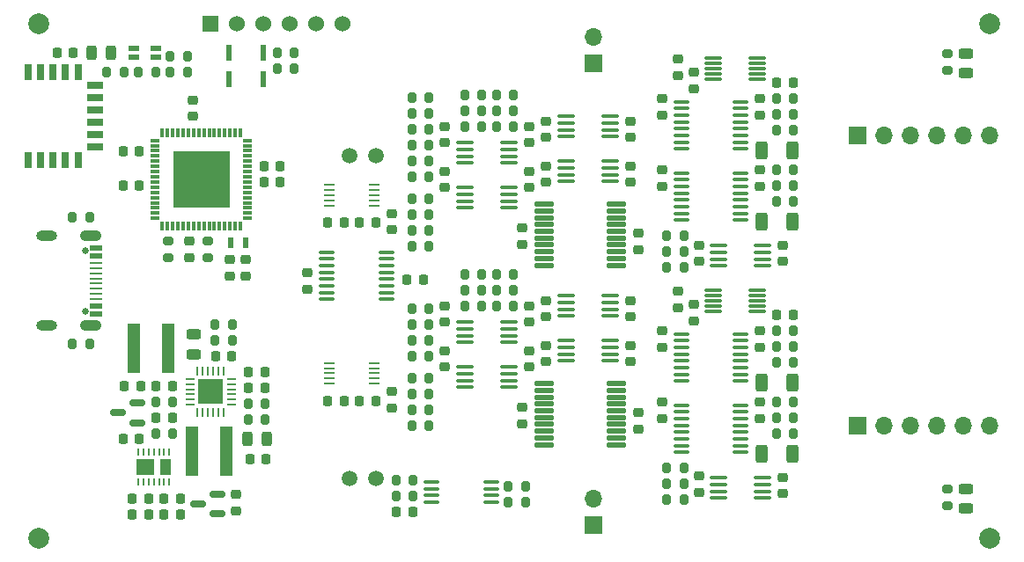
<source format=gbr>
%TF.GenerationSoftware,KiCad,Pcbnew,8.0.9-8.0.9-0~ubuntu24.04.1*%
%TF.CreationDate,2025-05-29T22:28:41-04:00*%
%TF.ProjectId,smu2,736d7532-2e6b-4696-9361-645f70636258,rev?*%
%TF.SameCoordinates,Original*%
%TF.FileFunction,Soldermask,Top*%
%TF.FilePolarity,Negative*%
%FSLAX46Y46*%
G04 Gerber Fmt 4.6, Leading zero omitted, Abs format (unit mm)*
G04 Created by KiCad (PCBNEW 8.0.9-8.0.9-0~ubuntu24.04.1) date 2025-05-29 22:28:41*
%MOMM*%
%LPD*%
G01*
G04 APERTURE LIST*
G04 Aperture macros list*
%AMRoundRect*
0 Rectangle with rounded corners*
0 $1 Rounding radius*
0 $2 $3 $4 $5 $6 $7 $8 $9 X,Y pos of 4 corners*
0 Add a 4 corners polygon primitive as box body*
4,1,4,$2,$3,$4,$5,$6,$7,$8,$9,$2,$3,0*
0 Add four circle primitives for the rounded corners*
1,1,$1+$1,$2,$3*
1,1,$1+$1,$4,$5*
1,1,$1+$1,$6,$7*
1,1,$1+$1,$8,$9*
0 Add four rect primitives between the rounded corners*
20,1,$1+$1,$2,$3,$4,$5,0*
20,1,$1+$1,$4,$5,$6,$7,0*
20,1,$1+$1,$6,$7,$8,$9,0*
20,1,$1+$1,$8,$9,$2,$3,0*%
G04 Aperture macros list end*
%ADD10RoundRect,0.200000X0.200000X0.275000X-0.200000X0.275000X-0.200000X-0.275000X0.200000X-0.275000X0*%
%ADD11R,0.250000X0.700000*%
%ADD12R,1.805000X1.650000*%
%ADD13R,1.070000X1.650000*%
%ADD14RoundRect,0.100000X-0.637500X-0.100000X0.637500X-0.100000X0.637500X0.100000X-0.637500X0.100000X0*%
%ADD15RoundRect,0.225000X-0.250000X0.225000X-0.250000X-0.225000X0.250000X-0.225000X0.250000X0.225000X0*%
%ADD16R,0.700000X1.500000*%
%ADD17R,1.500000X0.700000*%
%ADD18RoundRect,0.225000X0.250000X-0.225000X0.250000X0.225000X-0.250000X0.225000X-0.250000X-0.225000X0*%
%ADD19RoundRect,0.225000X-0.225000X-0.250000X0.225000X-0.250000X0.225000X0.250000X-0.225000X0.250000X0*%
%ADD20RoundRect,0.100000X-0.712500X-0.100000X0.712500X-0.100000X0.712500X0.100000X-0.712500X0.100000X0*%
%ADD21R,1.000000X0.500000*%
%ADD22RoundRect,0.225000X0.225000X0.250000X-0.225000X0.250000X-0.225000X-0.250000X0.225000X-0.250000X0*%
%ADD23RoundRect,0.200000X-0.200000X-0.275000X0.200000X-0.275000X0.200000X0.275000X-0.200000X0.275000X0*%
%ADD24RoundRect,0.250000X-0.312500X-0.625000X0.312500X-0.625000X0.312500X0.625000X-0.312500X0.625000X0*%
%ADD25C,2.000000*%
%ADD26RoundRect,0.243750X0.243750X0.456250X-0.243750X0.456250X-0.243750X-0.456250X0.243750X-0.456250X0*%
%ADD27R,1.524000X1.524000*%
%ADD28C,1.524000*%
%ADD29C,1.500000*%
%ADD30RoundRect,0.055000X-0.220000X-0.695000X0.220000X-0.695000X0.220000X0.695000X-0.220000X0.695000X0*%
%ADD31RoundRect,0.075000X0.737500X0.075000X-0.737500X0.075000X-0.737500X-0.075000X0.737500X-0.075000X0*%
%ADD32RoundRect,0.150000X0.587500X0.150000X-0.587500X0.150000X-0.587500X-0.150000X0.587500X-0.150000X0*%
%ADD33R,1.700000X1.700000*%
%ADD34O,1.700000X1.700000*%
%ADD35RoundRect,0.200000X0.275000X-0.200000X0.275000X0.200000X-0.275000X0.200000X-0.275000X-0.200000X0*%
%ADD36RoundRect,0.100000X0.712500X0.100000X-0.712500X0.100000X-0.712500X-0.100000X0.712500X-0.100000X0*%
%ADD37R,1.250000X4.700000*%
%ADD38R,1.100000X0.250000*%
%ADD39RoundRect,0.200000X-0.275000X0.200000X-0.275000X-0.200000X0.275000X-0.200000X0.275000X0.200000X0*%
%ADD40RoundRect,0.243750X-0.456250X0.243750X-0.456250X-0.243750X0.456250X-0.243750X0.456250X0.243750X0*%
%ADD41RoundRect,0.243750X0.456250X-0.243750X0.456250X0.243750X-0.456250X0.243750X-0.456250X-0.243750X0*%
%ADD42RoundRect,0.100000X0.637500X0.100000X-0.637500X0.100000X-0.637500X-0.100000X0.637500X-0.100000X0*%
%ADD43RoundRect,0.243750X-0.243750X-0.456250X0.243750X-0.456250X0.243750X0.456250X-0.243750X0.456250X0*%
%ADD44RoundRect,0.050000X-0.350000X-0.075000X0.350000X-0.075000X0.350000X0.075000X-0.350000X0.075000X0*%
%ADD45RoundRect,0.050000X0.075000X-0.350000X0.075000X0.350000X-0.075000X0.350000X-0.075000X-0.350000X0*%
%ADD46R,2.450000X2.450000*%
%ADD47RoundRect,0.112500X-0.837500X-0.112500X0.837500X-0.112500X0.837500X0.112500X-0.837500X0.112500X0*%
%ADD48R,0.600000X1.100000*%
%ADD49C,0.650000*%
%ADD50R,1.150000X0.580000*%
%ADD51R,1.150000X0.280000*%
%ADD52O,2.100000X1.050000*%
%ADD53O,2.000000X1.000000*%
%ADD54R,0.300000X0.850000*%
%ADD55R,0.850000X0.300000*%
%ADD56R,5.499999X5.499999*%
G04 APERTURE END LIST*
D10*
%TO.C,R25*%
X134048000Y-93218000D03*
X132398000Y-93218000D03*
%TD*%
D11*
%TO.C,U26*%
X100989000Y-130432000D03*
X101489000Y-130432000D03*
X101989000Y-130432000D03*
X102489000Y-130432000D03*
X102989000Y-130432000D03*
X103489000Y-130432000D03*
X103989000Y-130432000D03*
X103989000Y-127632000D03*
X103489000Y-127632000D03*
X102989000Y-127632000D03*
X102489000Y-127632000D03*
X101989000Y-127632000D03*
X101489000Y-127632000D03*
X100989000Y-127632000D03*
D12*
X101711500Y-129032000D03*
D13*
X103634000Y-129032000D03*
%TD*%
D14*
%TO.C,U12*%
X153220500Y-93864000D03*
X153220500Y-94514000D03*
X153220500Y-95164000D03*
X153220500Y-95814000D03*
X153220500Y-96464000D03*
X153220500Y-97114000D03*
X153220500Y-97764000D03*
X153220500Y-98414000D03*
X158945500Y-98414000D03*
X158945500Y-97764000D03*
X158945500Y-97114000D03*
X158945500Y-96464000D03*
X158945500Y-95814000D03*
X158945500Y-95164000D03*
X158945500Y-94514000D03*
X158945500Y-93864000D03*
%TD*%
D10*
%TO.C,R16*%
X128968000Y-98044000D03*
X127318000Y-98044000D03*
%TD*%
D15*
%TO.C,C12*%
X125349000Y-104635000D03*
X125349000Y-106185000D03*
%TD*%
D16*
%TO.C,U5*%
X90399000Y-99500000D03*
X91599000Y-99500000D03*
X92799000Y-99500000D03*
X93999000Y-99500000D03*
X95199000Y-99500000D03*
D17*
X96849000Y-98250000D03*
X96849000Y-97050000D03*
X96849000Y-95850000D03*
X96849000Y-94650000D03*
X96849000Y-93450000D03*
X96849000Y-92250000D03*
D16*
X95199000Y-91000000D03*
X93999000Y-91000000D03*
X92799000Y-91000000D03*
X91599000Y-91000000D03*
X90399000Y-91000000D03*
%TD*%
D18*
%TO.C,C30*%
X160782000Y-101994000D03*
X160782000Y-100444000D03*
%TD*%
D10*
%TO.C,R39*%
X128968000Y-122047000D03*
X127318000Y-122047000D03*
%TD*%
D19*
%TO.C,C17*%
X93205000Y-89154000D03*
X94755000Y-89154000D03*
%TD*%
D15*
%TO.C,C19*%
X130429000Y-100571000D03*
X130429000Y-102121000D03*
%TD*%
D20*
%TO.C,U18*%
X142159500Y-112563000D03*
X142159500Y-113213000D03*
X142159500Y-113863000D03*
X142159500Y-114513000D03*
X146384500Y-114513000D03*
X146384500Y-113863000D03*
X146384500Y-113213000D03*
X146384500Y-112563000D03*
%TD*%
D18*
%TO.C,C26*%
X148336000Y-101613000D03*
X148336000Y-100063000D03*
%TD*%
%TO.C,C25*%
X140208000Y-97295000D03*
X140208000Y-95745000D03*
%TD*%
%TO.C,C46*%
X140208000Y-118885000D03*
X140208000Y-117335000D03*
%TD*%
D21*
%TO.C,D1*%
X100550000Y-88754000D03*
X102650000Y-88754000D03*
X100550000Y-89554000D03*
X102650000Y-89554000D03*
%TD*%
D10*
%TO.C,R6*%
X116014000Y-90678000D03*
X114364000Y-90678000D03*
%TD*%
D15*
%TO.C,C21*%
X130429000Y-96253000D03*
X130429000Y-97803000D03*
%TD*%
D10*
%TO.C,R15*%
X128968000Y-99568000D03*
X127318000Y-99568000D03*
%TD*%
%TO.C,R40*%
X128968000Y-116840000D03*
X127318000Y-116840000D03*
%TD*%
D19*
%TO.C,C14*%
X126860000Y-110998000D03*
X128410000Y-110998000D03*
%TD*%
%TO.C,C51*%
X162420000Y-114427000D03*
X163970000Y-114427000D03*
%TD*%
D22*
%TO.C,C58*%
X104280000Y-121285000D03*
X102730000Y-121285000D03*
%TD*%
D15*
%TO.C,C54*%
X152908000Y-112128000D03*
X152908000Y-113678000D03*
%TD*%
%TO.C,C52*%
X162941000Y-130035000D03*
X162941000Y-131585000D03*
%TD*%
%TO.C,C55*%
X154432000Y-113398000D03*
X154432000Y-114948000D03*
%TD*%
D10*
%TO.C,R17*%
X128968000Y-107823000D03*
X127318000Y-107823000D03*
%TD*%
D19*
%TO.C,C57*%
X99682000Y-121285000D03*
X101232000Y-121285000D03*
%TD*%
D15*
%TO.C,C38*%
X130429000Y-117843000D03*
X130429000Y-119393000D03*
%TD*%
%TO.C,C41*%
X138557000Y-113525000D03*
X138557000Y-115075000D03*
%TD*%
D23*
%TO.C,R68*%
X108395000Y-115316000D03*
X110045000Y-115316000D03*
%TD*%
D10*
%TO.C,R27*%
X153479000Y-109855000D03*
X151829000Y-109855000D03*
%TD*%
D24*
%TO.C,R37*%
X160970500Y-98552000D03*
X163895500Y-98552000D03*
%TD*%
D18*
%TO.C,C2*%
X109829600Y-110630000D03*
X109829600Y-109080000D03*
%TD*%
D25*
%TO.C,FID4*%
X182880000Y-135890000D03*
%TD*%
D10*
%TO.C,R38*%
X128968000Y-123571000D03*
X127318000Y-123571000D03*
%TD*%
%TO.C,R23*%
X128968000Y-96520000D03*
X127318000Y-96520000D03*
%TD*%
D26*
%TO.C,D2*%
X98346500Y-89154000D03*
X96471500Y-89154000D03*
%TD*%
D23*
%TO.C,R57*%
X162370000Y-125857000D03*
X164020000Y-125857000D03*
%TD*%
D15*
%TO.C,C33*%
X162941000Y-107683000D03*
X162941000Y-109233000D03*
%TD*%
D10*
%TO.C,R28*%
X153479000Y-108331000D03*
X151829000Y-108331000D03*
%TD*%
D18*
%TO.C,C50*%
X160782000Y-117488000D03*
X160782000Y-115938000D03*
%TD*%
D19*
%TO.C,C62*%
X111620000Y-119888000D03*
X113170000Y-119888000D03*
%TD*%
D15*
%TO.C,C42*%
X149098000Y-123812000D03*
X149098000Y-125362000D03*
%TD*%
D27*
%TO.C,J1*%
X107950000Y-86360000D03*
D28*
X110490000Y-86360000D03*
X113030000Y-86360000D03*
X115570000Y-86360000D03*
X118110000Y-86360000D03*
X120650000Y-86360000D03*
%TD*%
D29*
%TO.C,TP1*%
X123825000Y-99060000D03*
%TD*%
D22*
%TO.C,C68*%
X105042000Y-133604000D03*
X103492000Y-133604000D03*
%TD*%
D10*
%TO.C,R53*%
X153479000Y-130683000D03*
X151829000Y-130683000D03*
%TD*%
%TO.C,R10*%
X99631000Y-91059000D03*
X97981000Y-91059000D03*
%TD*%
D15*
%TO.C,C36*%
X154432000Y-91046000D03*
X154432000Y-92596000D03*
%TD*%
D10*
%TO.C,R14*%
X128968000Y-104775000D03*
X127318000Y-104775000D03*
%TD*%
D30*
%TO.C,S2*%
X109754000Y-91694000D03*
X113004000Y-91694000D03*
%TD*%
D23*
%TO.C,R30*%
X162370000Y-100457000D03*
X164020000Y-100457000D03*
%TD*%
D10*
%TO.C,R2*%
X116014000Y-89154000D03*
X114364000Y-89154000D03*
%TD*%
D18*
%TO.C,C8*%
X105892600Y-108852000D03*
X105892600Y-107302000D03*
%TD*%
D20*
%TO.C,U9*%
X142159500Y-95291000D03*
X142159500Y-95941000D03*
X142159500Y-96591000D03*
X142159500Y-97241000D03*
X146384500Y-97241000D03*
X146384500Y-96591000D03*
X146384500Y-95941000D03*
X146384500Y-95291000D03*
%TD*%
D31*
%TO.C,U23*%
X160481500Y-114030000D03*
X160481500Y-113530000D03*
X160481500Y-113030000D03*
X160481500Y-112530000D03*
X160481500Y-112030000D03*
X156256500Y-112030000D03*
X156256500Y-112530000D03*
X156256500Y-113030000D03*
X156256500Y-113530000D03*
X156256500Y-114030000D03*
%TD*%
D25*
%TO.C,FID2*%
X91440000Y-86360000D03*
%TD*%
D32*
%TO.C,Q1*%
X100886500Y-124775000D03*
X100886500Y-122875000D03*
X99011500Y-123825000D03*
%TD*%
D29*
%TO.C,TP2*%
X121285000Y-99060000D03*
%TD*%
D23*
%TO.C,R7*%
X94679000Y-105029000D03*
X96329000Y-105029000D03*
%TD*%
D33*
%TO.C,J5*%
X170180000Y-97155000D03*
D34*
X172720000Y-97155000D03*
X175260000Y-97155000D03*
X177800000Y-97155000D03*
X180340000Y-97155000D03*
X182880000Y-97155000D03*
%TD*%
D10*
%TO.C,R42*%
X128968000Y-125095000D03*
X127318000Y-125095000D03*
%TD*%
%TO.C,R26*%
X128968000Y-103251000D03*
X127318000Y-103251000D03*
%TD*%
%TO.C,R67*%
X113220000Y-124460000D03*
X111570000Y-124460000D03*
%TD*%
D35*
%TO.C,R65*%
X178816000Y-90868000D03*
X178816000Y-89218000D03*
%TD*%
D20*
%TO.C,U10*%
X142159500Y-99609000D03*
X142159500Y-100259000D03*
X142159500Y-100909000D03*
X142159500Y-101559000D03*
X146384500Y-101559000D03*
X146384500Y-100909000D03*
X146384500Y-100259000D03*
X146384500Y-99609000D03*
%TD*%
D23*
%TO.C,R35*%
X162370000Y-95123000D03*
X164020000Y-95123000D03*
%TD*%
D32*
%TO.C,U24*%
X108633500Y-133538000D03*
X108633500Y-131638000D03*
X106758500Y-132588000D03*
%TD*%
D22*
%TO.C,C64*%
X113297000Y-128270000D03*
X111747000Y-128270000D03*
%TD*%
D35*
%TO.C,R8*%
X103860600Y-108902000D03*
X103860600Y-107252000D03*
%TD*%
D18*
%TO.C,C28*%
X151384000Y-101994000D03*
X151384000Y-100444000D03*
%TD*%
D23*
%TO.C,R34*%
X162370000Y-93599000D03*
X164020000Y-93599000D03*
%TD*%
D33*
%TO.C,J4*%
X144780000Y-134620000D03*
D34*
X144780000Y-132080000D03*
%TD*%
D10*
%TO.C,R44*%
X137096000Y-110490000D03*
X135446000Y-110490000D03*
%TD*%
D15*
%TO.C,C22*%
X138557000Y-96253000D03*
X138557000Y-97803000D03*
%TD*%
D23*
%TO.C,R64*%
X102680000Y-122809000D03*
X104330000Y-122809000D03*
%TD*%
D15*
%TO.C,C59*%
X110363000Y-131686000D03*
X110363000Y-133236000D03*
%TD*%
D23*
%TO.C,R31*%
X162370000Y-101981000D03*
X164020000Y-101981000D03*
%TD*%
D19*
%TO.C,C61*%
X111620000Y-121412000D03*
X113170000Y-121412000D03*
%TD*%
D20*
%TO.C,U13*%
X156764500Y-107737000D03*
X156764500Y-108387000D03*
X156764500Y-109037000D03*
X156764500Y-109687000D03*
X160989500Y-109687000D03*
X160989500Y-109037000D03*
X160989500Y-108387000D03*
X160989500Y-107737000D03*
%TD*%
D23*
%TO.C,R49*%
X135446000Y-113538000D03*
X137096000Y-113538000D03*
%TD*%
%TO.C,R69*%
X108395000Y-116840000D03*
X110045000Y-116840000D03*
%TD*%
D19*
%TO.C,C32*%
X162420000Y-92075000D03*
X163970000Y-92075000D03*
%TD*%
D23*
%TO.C,R45*%
X132398000Y-110490000D03*
X134048000Y-110490000D03*
%TD*%
%TO.C,R46*%
X135446000Y-112014000D03*
X137096000Y-112014000D03*
%TD*%
D19*
%TO.C,C4*%
X113118600Y-101600000D03*
X114668600Y-101600000D03*
%TD*%
D36*
%TO.C,U16*%
X136605500Y-117053000D03*
X136605500Y-116403000D03*
X136605500Y-115753000D03*
X136605500Y-115103000D03*
X132380500Y-115103000D03*
X132380500Y-115753000D03*
X132380500Y-116403000D03*
X132380500Y-117053000D03*
%TD*%
D18*
%TO.C,C47*%
X151384000Y-124346000D03*
X151384000Y-122796000D03*
%TD*%
D24*
%TO.C,R58*%
X160970500Y-127762000D03*
X163895500Y-127762000D03*
%TD*%
D37*
%TO.C,L1*%
X100610000Y-117602000D03*
X103860000Y-117602000D03*
%TD*%
D18*
%TO.C,C53*%
X154940000Y-131458000D03*
X154940000Y-129908000D03*
%TD*%
D25*
%TO.C,FID1*%
X91440000Y-135890000D03*
%TD*%
D18*
%TO.C,C49*%
X160782000Y-124346000D03*
X160782000Y-122796000D03*
%TD*%
D15*
%TO.C,C35*%
X152908000Y-89776000D03*
X152908000Y-91326000D03*
%TD*%
D23*
%TO.C,R71*%
X136589000Y-132461000D03*
X138239000Y-132461000D03*
%TD*%
D15*
%TO.C,C39*%
X138557000Y-117843000D03*
X138557000Y-119393000D03*
%TD*%
D23*
%TO.C,R61*%
X162370000Y-118999000D03*
X164020000Y-118999000D03*
%TD*%
D38*
%TO.C,U2*%
X123689000Y-103870000D03*
X123689000Y-103370000D03*
X123689000Y-102870000D03*
X123689000Y-102370000D03*
X123689000Y-101870000D03*
X119389000Y-101870000D03*
X119389000Y-102370000D03*
X119389000Y-102870000D03*
X119389000Y-103370000D03*
X119389000Y-103870000D03*
%TD*%
D24*
%TO.C,R33*%
X160970500Y-105410000D03*
X163895500Y-105410000D03*
%TD*%
D18*
%TO.C,C27*%
X140208000Y-101613000D03*
X140208000Y-100063000D03*
%TD*%
%TO.C,C43*%
X148336000Y-114567000D03*
X148336000Y-113017000D03*
%TD*%
D10*
%TO.C,R73*%
X127444000Y-131826000D03*
X125794000Y-131826000D03*
%TD*%
%TO.C,R18*%
X128968000Y-101092000D03*
X127318000Y-101092000D03*
%TD*%
%TO.C,R20*%
X134048000Y-96266000D03*
X132398000Y-96266000D03*
%TD*%
D37*
%TO.C,L2*%
X109448000Y-127508000D03*
X106198000Y-127508000D03*
%TD*%
D23*
%TO.C,R36*%
X162370000Y-96647000D03*
X164020000Y-96647000D03*
%TD*%
%TO.C,R50*%
X132398000Y-113538000D03*
X134048000Y-113538000D03*
%TD*%
%TO.C,R72*%
X136589000Y-130937000D03*
X138239000Y-130937000D03*
%TD*%
D30*
%TO.C,S1*%
X109754000Y-89154000D03*
X113004000Y-89154000D03*
%TD*%
D23*
%TO.C,R54*%
X151829000Y-129159000D03*
X153479000Y-129159000D03*
%TD*%
D36*
%TO.C,U7*%
X136605500Y-99781000D03*
X136605500Y-99131000D03*
X136605500Y-98481000D03*
X136605500Y-97831000D03*
X132380500Y-97831000D03*
X132380500Y-98481000D03*
X132380500Y-99131000D03*
X132380500Y-99781000D03*
%TD*%
D39*
%TO.C,R9*%
X107696000Y-107252000D03*
X107696000Y-108902000D03*
%TD*%
D40*
%TO.C,D4*%
X106299000Y-116283500D03*
X106299000Y-118158500D03*
%TD*%
D19*
%TO.C,C11*%
X119240000Y-122682000D03*
X120790000Y-122682000D03*
%TD*%
%TO.C,C10*%
X119240000Y-105537000D03*
X120790000Y-105537000D03*
%TD*%
D41*
%TO.C,D3*%
X180594000Y-91107500D03*
X180594000Y-89232500D03*
%TD*%
D42*
%TO.C,U4*%
X124849000Y-112892000D03*
X124849000Y-112242000D03*
X124849000Y-111592000D03*
X124849000Y-110942000D03*
X124849000Y-110292000D03*
X124849000Y-109642000D03*
X124849000Y-108992000D03*
X124849000Y-108342000D03*
X119124000Y-108342000D03*
X119124000Y-108992000D03*
X119124000Y-109642000D03*
X119124000Y-110292000D03*
X119124000Y-110942000D03*
X119124000Y-111592000D03*
X119124000Y-112242000D03*
X119124000Y-112892000D03*
%TD*%
D18*
%TO.C,C31*%
X160782000Y-95136000D03*
X160782000Y-93586000D03*
%TD*%
D22*
%TO.C,C69*%
X127394000Y-133350000D03*
X125844000Y-133350000D03*
%TD*%
D29*
%TO.C,TP3*%
X123825000Y-130175000D03*
%TD*%
D43*
%TO.C,D5*%
X111457500Y-126365000D03*
X113332500Y-126365000D03*
%TD*%
D44*
%TO.C,U25*%
X105950000Y-120543000D03*
X105950000Y-121043000D03*
X105950000Y-121543000D03*
X105950000Y-122043000D03*
X105950000Y-122543000D03*
X105950000Y-123043000D03*
D45*
X106700000Y-123793000D03*
X107200000Y-123793000D03*
X107700000Y-123793000D03*
X108200000Y-123793000D03*
X108700000Y-123793000D03*
X109200000Y-123793000D03*
D44*
X109950000Y-123043000D03*
X109950000Y-122543000D03*
X109950000Y-122043000D03*
X109950000Y-121543000D03*
X109950000Y-121043000D03*
X109950000Y-120543000D03*
D45*
X109200000Y-119793000D03*
X108700000Y-119793000D03*
X108200000Y-119793000D03*
X107700000Y-119793000D03*
X107200000Y-119793000D03*
X106700000Y-119793000D03*
D46*
X107950000Y-121793000D03*
%TD*%
D10*
%TO.C,R51*%
X128968000Y-120523000D03*
X127318000Y-120523000D03*
%TD*%
D36*
%TO.C,U15*%
X136605500Y-121371000D03*
X136605500Y-120721000D03*
X136605500Y-120071000D03*
X136605500Y-119421000D03*
X132380500Y-119421000D03*
X132380500Y-120071000D03*
X132380500Y-120721000D03*
X132380500Y-121371000D03*
%TD*%
D15*
%TO.C,C40*%
X130429000Y-113525000D03*
X130429000Y-115075000D03*
%TD*%
%TO.C,C13*%
X125349000Y-121780000D03*
X125349000Y-123330000D03*
%TD*%
D18*
%TO.C,C29*%
X151384000Y-95136000D03*
X151384000Y-93586000D03*
%TD*%
D23*
%TO.C,R19*%
X135446000Y-96266000D03*
X137096000Y-96266000D03*
%TD*%
D19*
%TO.C,C1*%
X113118600Y-100076000D03*
X114668600Y-100076000D03*
%TD*%
D47*
%TO.C,U8*%
X140010000Y-103755000D03*
X140010000Y-104405000D03*
X140010000Y-105055000D03*
X140010000Y-105705000D03*
X140010000Y-106355000D03*
X140010000Y-107005000D03*
X140010000Y-107655000D03*
X140010000Y-108305000D03*
X140010000Y-108955000D03*
X140010000Y-109605000D03*
X147010000Y-109605000D03*
X147010000Y-108955000D03*
X147010000Y-108305000D03*
X147010000Y-107655000D03*
X147010000Y-107005000D03*
X147010000Y-106355000D03*
X147010000Y-105705000D03*
X147010000Y-105055000D03*
X147010000Y-104405000D03*
X147010000Y-103755000D03*
%TD*%
D15*
%TO.C,C5*%
X106273600Y-93713000D03*
X106273600Y-95263000D03*
%TD*%
D19*
%TO.C,C16*%
X122288000Y-122682000D03*
X123838000Y-122682000D03*
%TD*%
D10*
%TO.C,R43*%
X128968000Y-118364000D03*
X127318000Y-118364000D03*
%TD*%
D33*
%TO.C,J3*%
X144780000Y-90170000D03*
D34*
X144780000Y-87630000D03*
%TD*%
D38*
%TO.C,U3*%
X123689000Y-121015000D03*
X123689000Y-120515000D03*
X123689000Y-120015000D03*
X123689000Y-119515000D03*
X123689000Y-119015000D03*
X119389000Y-119015000D03*
X119389000Y-119515000D03*
X119389000Y-120015000D03*
X119389000Y-120515000D03*
X119389000Y-121015000D03*
%TD*%
D10*
%TO.C,R52*%
X153479000Y-132207000D03*
X151829000Y-132207000D03*
%TD*%
D18*
%TO.C,C34*%
X154940000Y-109233000D03*
X154940000Y-107683000D03*
%TD*%
%TO.C,C3*%
X111353600Y-110630000D03*
X111353600Y-109080000D03*
%TD*%
D22*
%TO.C,C56*%
X104280000Y-124333000D03*
X102730000Y-124333000D03*
%TD*%
D19*
%TO.C,C63*%
X99555000Y-126365000D03*
X101105000Y-126365000D03*
%TD*%
D42*
%TO.C,U27*%
X134942500Y-132420000D03*
X134942500Y-131770000D03*
X134942500Y-131120000D03*
X134942500Y-130470000D03*
X129217500Y-130470000D03*
X129217500Y-131120000D03*
X129217500Y-131770000D03*
X129217500Y-132420000D03*
%TD*%
D23*
%TO.C,R22*%
X132398000Y-94742000D03*
X134048000Y-94742000D03*
%TD*%
D19*
%TO.C,C65*%
X100444000Y-132080000D03*
X101994000Y-132080000D03*
%TD*%
%TO.C,C66*%
X103492000Y-132080000D03*
X105042000Y-132080000D03*
%TD*%
D10*
%TO.C,R12*%
X128968000Y-93472000D03*
X127318000Y-93472000D03*
%TD*%
D20*
%TO.C,U19*%
X142159500Y-116881000D03*
X142159500Y-117531000D03*
X142159500Y-118181000D03*
X142159500Y-118831000D03*
X146384500Y-118831000D03*
X146384500Y-118181000D03*
X146384500Y-117531000D03*
X146384500Y-116881000D03*
%TD*%
D15*
%TO.C,C37*%
X137922000Y-123304000D03*
X137922000Y-124854000D03*
%TD*%
D10*
%TO.C,R13*%
X128968000Y-106299000D03*
X127318000Y-106299000D03*
%TD*%
D15*
%TO.C,C9*%
X117221000Y-110350000D03*
X117221000Y-111900000D03*
%TD*%
D14*
%TO.C,U11*%
X153220500Y-100722000D03*
X153220500Y-101372000D03*
X153220500Y-102022000D03*
X153220500Y-102672000D03*
X153220500Y-103322000D03*
X153220500Y-103972000D03*
X153220500Y-104622000D03*
X153220500Y-105272000D03*
X158945500Y-105272000D03*
X158945500Y-104622000D03*
X158945500Y-103972000D03*
X158945500Y-103322000D03*
X158945500Y-102672000D03*
X158945500Y-102022000D03*
X158945500Y-101372000D03*
X158945500Y-100722000D03*
%TD*%
D23*
%TO.C,R4*%
X104077000Y-89535000D03*
X105727000Y-89535000D03*
%TD*%
D20*
%TO.C,U22*%
X156764500Y-130089000D03*
X156764500Y-130739000D03*
X156764500Y-131389000D03*
X156764500Y-132039000D03*
X160989500Y-132039000D03*
X160989500Y-131389000D03*
X160989500Y-130739000D03*
X160989500Y-130089000D03*
%TD*%
D23*
%TO.C,R29*%
X151829000Y-106807000D03*
X153479000Y-106807000D03*
%TD*%
%TO.C,R55*%
X162370000Y-122809000D03*
X164020000Y-122809000D03*
%TD*%
D19*
%TO.C,C15*%
X122288000Y-105537000D03*
X123838000Y-105537000D03*
%TD*%
%TO.C,C67*%
X100444000Y-133604000D03*
X101994000Y-133604000D03*
%TD*%
D48*
%TO.C,Y1*%
X111291600Y-107442000D03*
X109891600Y-107442000D03*
%TD*%
D10*
%TO.C,R24*%
X137096000Y-93218000D03*
X135446000Y-93218000D03*
%TD*%
D24*
%TO.C,R62*%
X160970500Y-120904000D03*
X163895500Y-120904000D03*
%TD*%
D23*
%TO.C,R5*%
X94679000Y-117221000D03*
X96329000Y-117221000D03*
%TD*%
%TO.C,R3*%
X104077000Y-91059000D03*
X105727000Y-91059000D03*
%TD*%
D10*
%TO.C,R47*%
X134048000Y-112014000D03*
X132398000Y-112014000D03*
%TD*%
%TO.C,R48*%
X128968000Y-113792000D03*
X127318000Y-113792000D03*
%TD*%
D23*
%TO.C,R59*%
X162370000Y-115951000D03*
X164020000Y-115951000D03*
%TD*%
D15*
%TO.C,C23*%
X149098000Y-106540000D03*
X149098000Y-108090000D03*
%TD*%
D29*
%TO.C,TP4*%
X121285000Y-130175000D03*
%TD*%
D10*
%TO.C,R74*%
X127444000Y-130302000D03*
X125794000Y-130302000D03*
%TD*%
D31*
%TO.C,U14*%
X160481500Y-91678000D03*
X160481500Y-91178000D03*
X160481500Y-90678000D03*
X160481500Y-90178000D03*
X160481500Y-89678000D03*
X156256500Y-89678000D03*
X156256500Y-90178000D03*
X156256500Y-90678000D03*
X156256500Y-91178000D03*
X156256500Y-91678000D03*
%TD*%
D19*
%TO.C,C7*%
X99529600Y-101981000D03*
X101079600Y-101981000D03*
%TD*%
D23*
%TO.C,R60*%
X162370000Y-117475000D03*
X164020000Y-117475000D03*
%TD*%
%TO.C,R11*%
X127318000Y-94996000D03*
X128968000Y-94996000D03*
%TD*%
D35*
%TO.C,R70*%
X178816000Y-132778000D03*
X178816000Y-131128000D03*
%TD*%
D23*
%TO.C,R63*%
X102680000Y-125857000D03*
X104330000Y-125857000D03*
%TD*%
D14*
%TO.C,U21*%
X153220500Y-116216000D03*
X153220500Y-116866000D03*
X153220500Y-117516000D03*
X153220500Y-118166000D03*
X153220500Y-118816000D03*
X153220500Y-119466000D03*
X153220500Y-120116000D03*
X153220500Y-120766000D03*
X158945500Y-120766000D03*
X158945500Y-120116000D03*
X158945500Y-119466000D03*
X158945500Y-118816000D03*
X158945500Y-118166000D03*
X158945500Y-117516000D03*
X158945500Y-116866000D03*
X158945500Y-116216000D03*
%TD*%
%TO.C,U20*%
X153220500Y-123074000D03*
X153220500Y-123724000D03*
X153220500Y-124374000D03*
X153220500Y-125024000D03*
X153220500Y-125674000D03*
X153220500Y-126324000D03*
X153220500Y-126974000D03*
X153220500Y-127624000D03*
X158945500Y-127624000D03*
X158945500Y-126974000D03*
X158945500Y-126324000D03*
X158945500Y-125674000D03*
X158945500Y-125024000D03*
X158945500Y-124374000D03*
X158945500Y-123724000D03*
X158945500Y-123074000D03*
%TD*%
D18*
%TO.C,C24*%
X148336000Y-97295000D03*
X148336000Y-95745000D03*
%TD*%
D19*
%TO.C,C6*%
X99529600Y-98679000D03*
X101079600Y-98679000D03*
%TD*%
D36*
%TO.C,U6*%
X136605500Y-104099000D03*
X136605500Y-103449000D03*
X136605500Y-102799000D03*
X136605500Y-102149000D03*
X132380500Y-102149000D03*
X132380500Y-102799000D03*
X132380500Y-103449000D03*
X132380500Y-104099000D03*
%TD*%
D25*
%TO.C,FID3*%
X182880000Y-86360000D03*
%TD*%
D10*
%TO.C,R66*%
X113220000Y-122936000D03*
X111570000Y-122936000D03*
%TD*%
D19*
%TO.C,C60*%
X108445000Y-118364000D03*
X109995000Y-118364000D03*
%TD*%
D47*
%TO.C,U17*%
X140010000Y-121027000D03*
X140010000Y-121677000D03*
X140010000Y-122327000D03*
X140010000Y-122977000D03*
X140010000Y-123627000D03*
X140010000Y-124277000D03*
X140010000Y-124927000D03*
X140010000Y-125577000D03*
X140010000Y-126227000D03*
X140010000Y-126877000D03*
X147010000Y-126877000D03*
X147010000Y-126227000D03*
X147010000Y-125577000D03*
X147010000Y-124927000D03*
X147010000Y-124277000D03*
X147010000Y-123627000D03*
X147010000Y-122977000D03*
X147010000Y-122327000D03*
X147010000Y-121677000D03*
X147010000Y-121027000D03*
%TD*%
D15*
%TO.C,C18*%
X137922000Y-106032000D03*
X137922000Y-107582000D03*
%TD*%
D23*
%TO.C,R32*%
X162370000Y-103505000D03*
X164020000Y-103505000D03*
%TD*%
%TO.C,R1*%
X101029000Y-91059000D03*
X102679000Y-91059000D03*
%TD*%
D49*
%TO.C,J2*%
X95882000Y-108235000D03*
X95882000Y-114015000D03*
D50*
X96957000Y-107925000D03*
X96957000Y-108725000D03*
D51*
X96957000Y-109875000D03*
X96957000Y-110875000D03*
X96957000Y-111375000D03*
X96957000Y-112375000D03*
D50*
X96957000Y-114325000D03*
X96957000Y-113525000D03*
D51*
X96957000Y-112875000D03*
X96957000Y-111875000D03*
X96957000Y-110375000D03*
X96957000Y-109375000D03*
D52*
X96382000Y-106805000D03*
D53*
X92202000Y-106805000D03*
X92202000Y-115445000D03*
D52*
X96382000Y-115445000D03*
%TD*%
D15*
%TO.C,C20*%
X138557000Y-100571000D03*
X138557000Y-102121000D03*
%TD*%
D10*
%TO.C,R41*%
X128968000Y-115316000D03*
X127318000Y-115316000D03*
%TD*%
D18*
%TO.C,C44*%
X140208000Y-114567000D03*
X140208000Y-113017000D03*
%TD*%
%TO.C,C48*%
X151384000Y-117488000D03*
X151384000Y-115938000D03*
%TD*%
D54*
%TO.C,U1*%
X110811000Y-96896000D03*
X110311000Y-96896000D03*
X109811000Y-96896000D03*
X109311000Y-96896000D03*
X108811000Y-96896000D03*
X108311000Y-96896000D03*
X107811000Y-96896000D03*
X107311000Y-96896000D03*
X106811000Y-96896000D03*
X106311000Y-96896000D03*
X105811000Y-96896000D03*
X105311000Y-96896000D03*
X104811000Y-96896000D03*
X104311000Y-96896000D03*
X103811000Y-96896000D03*
X103311000Y-96896000D03*
D55*
X102611000Y-97596000D03*
X102611000Y-98096000D03*
X102611000Y-98596000D03*
X102611000Y-99096000D03*
X102611000Y-99596000D03*
X102611000Y-100096000D03*
X102611000Y-100596000D03*
X102611000Y-101096000D03*
X102611000Y-101596000D03*
X102611000Y-102096000D03*
X102611000Y-102596000D03*
X102611000Y-103096000D03*
X102611000Y-103596000D03*
X102611000Y-104096000D03*
X102611000Y-104596000D03*
X102611000Y-105096000D03*
D54*
X103311000Y-105796000D03*
X103811000Y-105796000D03*
X104311000Y-105796000D03*
X104811000Y-105796000D03*
X105311000Y-105796000D03*
X105811000Y-105796000D03*
X106311000Y-105796000D03*
X106811000Y-105796000D03*
X107311000Y-105796000D03*
X107811000Y-105796000D03*
X108311000Y-105796000D03*
X108811000Y-105796000D03*
X109311000Y-105796000D03*
X109811000Y-105796000D03*
X110311000Y-105796000D03*
X110811000Y-105796000D03*
D55*
X111511000Y-105096000D03*
X111511000Y-104596000D03*
X111511000Y-104096000D03*
X111511000Y-103596000D03*
X111511000Y-103096000D03*
X111511000Y-102596000D03*
X111511000Y-102096000D03*
X111511000Y-101596000D03*
X111511000Y-101096000D03*
X111511000Y-100596000D03*
X111511000Y-100096000D03*
X111511000Y-99596000D03*
X111511000Y-99096000D03*
X111511000Y-98596000D03*
X111511000Y-98096000D03*
X111511000Y-97596000D03*
D56*
X107061000Y-101346000D03*
%TD*%
D41*
%TO.C,D6*%
X180594000Y-133017500D03*
X180594000Y-131142500D03*
%TD*%
D23*
%TO.C,R56*%
X162370000Y-124333000D03*
X164020000Y-124333000D03*
%TD*%
D10*
%TO.C,R21*%
X137096000Y-94742000D03*
X135446000Y-94742000D03*
%TD*%
D18*
%TO.C,C45*%
X148336000Y-118885000D03*
X148336000Y-117335000D03*
%TD*%
D33*
%TO.C,J6*%
X170180000Y-125095000D03*
D34*
X172720000Y-125095000D03*
X175260000Y-125095000D03*
X177800000Y-125095000D03*
X180340000Y-125095000D03*
X182880000Y-125095000D03*
%TD*%
M02*

</source>
